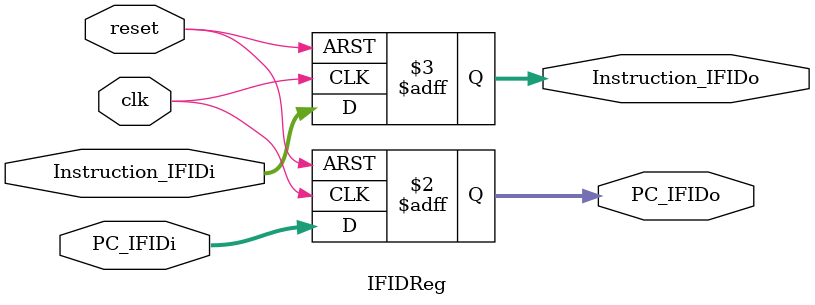
<source format=v>
`timescale 1ns / 1ps
module IFIDReg(reset, clk, PC_IFIDi, Instruction_IFIDi, 
               PC_IFIDo, Instruction_IFIDo);
    //Input Clock Signals
    input reset;
    input clk;
    //Input Data
    input [31:0] PC_IFIDi;
	input [31:0] Instruction_IFIDi;
    //Output Data
    output reg [31:0] PC_IFIDo;
	output reg [31:0] Instruction_IFIDo;
    
    always@(posedge reset or posedge clk) begin
        if (reset) begin
            PC_IFIDo <= 32'h00000000;
			Instruction_IFIDo <= {6'h11,24'h000000,2'b00};  // no command 0x11
        end else begin
            PC_IFIDo <= PC_IFIDi;
			Instruction_IFIDo <= Instruction_IFIDi;
        end
    end
endmodule

</source>
